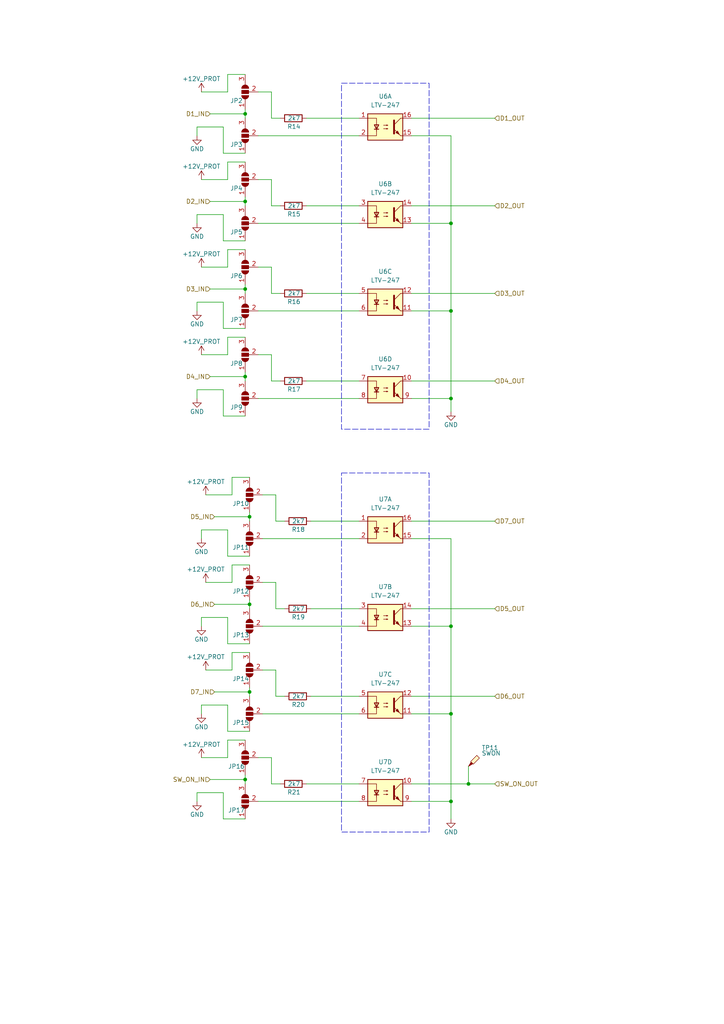
<source format=kicad_sch>
(kicad_sch (version 20230121) (generator eeschema)
  (paper "A4" portrait)
  (lib_symbols
    (symbol "Connector:TestPoint_Probe" (pin_numbers hide) (pin_names (offset 0.762) hide)
      (property "Reference" "TP" (at 1.651 5.842 0))
      (property "Value" "TestPoint_Probe" (at 1.651 4.064 0))
      (symbol "TestPoint_Probe_0_1"
        (polyline (pts (xy 1.27 0.762) (xy 0 0) (xy 0.762 1.27) (xy 1.27 0.762)) (fill (type outline)))
        (polyline (pts (xy 1.397 0.635) (xy 0.635 1.397) (xy 2.413 3.175) (xy 3.175 2.413) (xy 1.397 0.635)) (fill (type background)))
      )
      (symbol "TestPoint_Probe_1_1"
        (pin passive line (at 0 0 90) (length 0) (name "1") (number "1"))
      )
    )
    (symbol "Device:R" (pin_numbers hide) (pin_names (offset 0))
      (property "Reference" "R" (at 2.032 0 90))
      (property "Value" "R" (at 0 0 90))
      (symbol "R_0_1"
        (rectangle (start -1.016 -2.54) (end 1.016 2.54) (stroke (width 0.254)))
      )
      (symbol "R_1_1"
        (pin passive line (at 0 3.81 270) (length 1.27) (name "~") (number "1"))
        (pin passive line (at 0 -3.81 90) (length 1.27) (name "~") (number "2"))
      )
    )
    (symbol "Isolator:LTV-247"
      (property "Reference" "U" (at -5.08 5.08 0))
      (property "Value" "LTV-247" (at 0 5.08 0))
      (symbol "LTV-247_0_1"
        (rectangle (start -5.08 3.81) (end 5.08 -3.81) (stroke (width 0.254)) (fill (type background)))
        (polyline (pts (xy -3.175 -0.635) (xy -1.905 -0.635)) (stroke (width 0.254)))
        (polyline (pts (xy 2.54 0.635) (xy 4.445 2.54)))
        (polyline (pts (xy 4.445 -2.54) (xy 2.54 -0.635)) (fill (type outline)))
        (polyline (pts (xy 4.445 -2.54) (xy 5.08 -2.54)))
        (polyline (pts (xy 4.445 2.54) (xy 5.08 2.54)))
        (polyline (pts (xy -2.54 -0.635) (xy -2.54 -2.54) (xy -5.08 -2.54)))
        (polyline (pts (xy 2.54 1.905) (xy 2.54 -1.905) (xy 2.54 -1.905)) (stroke (width 0.508)))
        (polyline (pts (xy -5.08 2.54) (xy -2.54 2.54) (xy -2.54 -1.27) (xy -2.54 0.635)))
        (polyline (pts (xy -2.54 -0.635) (xy -3.175 0.635) (xy -1.905 0.635) (xy -2.54 -0.635)) (stroke (width 0.254)))
        (polyline (pts (xy -0.508 -0.508) (xy 0.762 -0.508) (xy 0.381 -0.635) (xy 0.381 -0.381) (xy 0.762 -0.508)))
        (polyline (pts (xy -0.508 0.508) (xy 0.762 0.508) (xy 0.381 0.381) (xy 0.381 0.635) (xy 0.762 0.508)))
        (polyline (pts (xy 3.048 -1.651) (xy 3.556 -1.143) (xy 4.064 -2.159) (xy 3.048 -1.651) (xy 3.048 -1.651)) (fill (type outline)))
      )
      (symbol "LTV-247_1_1"
        (pin passive line (at -7.62 2.54 0) (length 2.54) (name "~") (number "1"))
        (pin passive line (at 7.62 -2.54 180) (length 2.54) (name "~") (number "15"))
        (pin passive line (at 7.62 2.54 180) (length 2.54) (name "~") (number "16"))
        (pin passive line (at -7.62 -2.54 0) (length 2.54) (name "~") (number "2"))
      )
      (symbol "LTV-247_2_1"
        (pin passive line (at 7.62 -2.54 180) (length 2.54) (name "~") (number "13"))
        (pin passive line (at 7.62 2.54 180) (length 2.54) (name "~") (number "14"))
        (pin passive line (at -7.62 2.54 0) (length 2.54) (name "~") (number "3"))
        (pin passive line (at -7.62 -2.54 0) (length 2.54) (name "~") (number "4"))
      )
      (symbol "LTV-247_3_1"
        (pin passive line (at 7.62 -2.54 180) (length 2.54) (name "~") (number "11"))
        (pin passive line (at 7.62 2.54 180) (length 2.54) (name "~") (number "12"))
        (pin passive line (at -7.62 2.54 0) (length 2.54) (name "~") (number "5"))
        (pin passive line (at -7.62 -2.54 0) (length 2.54) (name "~") (number "6"))
      )
      (symbol "LTV-247_4_1"
        (pin passive line (at 7.62 2.54 180) (length 2.54) (name "~") (number "10"))
        (pin passive line (at -7.62 2.54 0) (length 2.54) (name "~") (number "7"))
        (pin passive line (at -7.62 -2.54 0) (length 2.54) (name "~") (number "8"))
        (pin passive line (at 7.62 -2.54 180) (length 2.54) (name "~") (number "9"))
      )
    )
    (symbol "Jumper:SolderJumper_3_Open" (pin_names (offset 0) hide)
      (property "Reference" "JP" (at -2.54 -2.54 0))
      (property "Value" "SolderJumper_3_Open" (at 0 2.794 0))
      (symbol "SolderJumper_3_Open_0_1"
        (arc (start -1.016 1.016) (mid -2.0276 0) (end -1.016 -1.016))
        (arc (start -1.016 1.016) (mid -2.0276 0) (end -1.016 -1.016) (fill (type outline)))
        (rectangle (start -0.508 1.016) (end 0.508 -1.016) (fill (type outline)))
        (polyline (pts (xy -2.54 0) (xy -2.032 0)))
        (polyline (pts (xy -1.016 1.016) (xy -1.016 -1.016)))
        (polyline (pts (xy 0 -1.27) (xy 0 -1.016)))
        (polyline (pts (xy 1.016 1.016) (xy 1.016 -1.016)))
        (polyline (pts (xy 2.54 0) (xy 2.032 0)))
        (arc (start 1.016 -1.016) (mid 2.0276 0) (end 1.016 1.016))
        (arc (start 1.016 -1.016) (mid 2.0276 0) (end 1.016 1.016) (fill (type outline)))
      )
      (symbol "SolderJumper_3_Open_1_1"
        (pin passive line (at -5.08 0 0) (length 2.54) (name "A") (number "1"))
        (pin passive line (at 0 -3.81 90) (length 2.54) (name "C") (number "2"))
        (pin passive line (at 5.08 0 180) (length 2.54) (name "B") (number "3"))
      )
    )
    (symbol "PRO_LOGO_FT:LOGO" (pin_names (offset 1.016))
      (symbol "LOGO_0_0"
        (polyline (pts (xy -24.5412 -16.4048) (xy -19.2761 -16.383) (xy -18.3279 -13.0387) (xy -18.2364 -12.7153) (xy -18.0389 -12.0151) (xy -17.8594 -11.3748) (xy -17.7026 -10.8115) (xy -17.5732 -10.3425) (xy -17.4761 -9.9848) (xy -17.4159 -9.7556) (xy -17.3974 -9.6722) (xy -17.3977 -9.672) (xy -17.4896 -9.6704) (xy -17.7337 -9.674) (xy -18.1135 -9.6822) (xy -18.6124 -9.6948) (xy -19.2141 -9.7112) (xy -19.9021 -9.7311) (xy -20.6599 -9.7539) (xy -21.471 -9.7793) (xy -22.1374 -9.8003) (xy -22.9965 -9.8267) (xy -23.8281 -9.8515) (xy -24.6085 -9.8741) (xy -25.314 -9.8937) (xy -25.9212 -9.9098) (xy -26.4063 -9.9216) (xy -26.7457 -9.9285) (xy -27.9644 -9.9483) (xy -28.8365 -12.9963) (xy -28.8488 -13.0394) (xy -29.0471 -13.7331) (xy -29.2317 -14.38) (xy -29.3972 -14.9607) (xy -29.538 -15.4559) (xy -29.6486 -15.8463) (xy -29.7236 -16.1126) (xy -29.7574 -16.2355) (xy -29.8062 -16.4266) (xy -24.5412 -16.4048)) (stroke (width 0.01)) (fill (type outline)))
        (polyline (pts (xy 23.3668 -16.215) (xy 24.257 -16.2129) (xy 24.3538 -16.2125) (xy 25.4537 -16.2071) (xy 26.4058 -16.199) (xy 27.2301 -16.1867) (xy 27.9466 -16.1689) (xy 28.575 -16.1442) (xy 29.1355 -16.1112) (xy 29.6478 -16.0685) (xy 30.132 -16.0148) (xy 30.608 -15.9486) (xy 31.0957 -15.8685) (xy 31.615 -15.7732) (xy 32.1859 -15.6613) (xy 32.2212 -15.6543) (xy 33.8842 -15.2471) (xy 35.4286 -14.7198) (xy 36.8563 -14.0713) (xy 38.1689 -13.3007) (xy 39.3684 -12.4067) (xy 40.4566 -11.3884) (xy 41.4352 -10.2447) (xy 41.4403 -10.238) (xy 42.0878 -9.37) (xy 42.6268 -8.5893) (xy 43.0696 -7.8653) (xy 43.429 -7.1675) (xy 43.7176 -6.4653) (xy 43.9478 -5.7281) (xy 44.1323 -4.9253) (xy 44.2837 -4.0263) (xy 44.4145 -3.0005) (xy 44.4218 -2.9351) (xy 44.4768 -2.301) (xy 44.5183 -1.571) (xy 44.5458 -0.7827) (xy 44.5591 0.0261) (xy 44.5578 0.8175) (xy 44.5417 1.5537) (xy 44.5103 2.1969) (xy 44.4634 2.7093) (xy 44.3842 3.2792) (xy 44.0755 4.8742) (xy 43.6522 6.3469) (xy 43.1115 7.7014) (xy 42.4507 8.9418) (xy 41.6669 10.0724) (xy 40.7575 11.0973) (xy 39.7195 12.0206) (xy 38.5504 12.8466) (xy 37.2473 13.5793) (xy 36.074 14.1141) (xy 34.7018 14.6225) (xy 33.215 15.06) (xy 31.6074 15.4277) (xy 29.8731 15.7265) (xy 28.006 15.9576) (xy 26 16.1219) (xy 23.8493 16.2204) (xy 21.5477 16.2543) (xy 21.4222 16.2543) (xy 20.7289 16.251) (xy 20.0273 16.2429) (xy 19.3372 16.2304) (xy 18.6783 16.2144) (xy 18.0703 16.1955) (xy 17.5331 16.1743) (xy 17.0862 16.1516) (xy 16.7495 16.128) (xy 16.5427 16.1041) (xy 16.4854 16.0808) (xy 16.5052 16.0659) (xy 16.6474 15.9755) (xy 16.8978 15.8243) (xy 17.2283 15.6293) (xy 17.6107 15.4072) (xy 18.1465 15.0901) (xy 18.8663 14.6278) (xy 19.4574 14.1946) (xy 19.9391 13.7759) (xy 20.331 13.357) (xy 20.7268 12.8076) (xy 21.1538 12.0118) (xy 21.5162 11.0923) (xy 21.806 10.0698) (xy 22.0153 8.9651) (xy 22.1218 8.2358) (xy 23.6974 8.1766) (xy 24.9988 8.1146) (xy 26.3442 8.0153) (xy 27.5503 7.8834) (xy 28.6318 7.7159) (xy 29.6036 7.5103) (xy 30.4805 7.2637) (xy 31.2774 6.9733) (xy 32.0089 6.6366) (xy 32.0716 6.604) (xy 32.9672 6.0474) (xy 33.7285 5.3883) (xy 34.354 4.6289) (xy 34.8427 3.7714) (xy 35.1934 2.8179) (xy 35.4046 1.7705) (xy 35.4753 0.6314) (xy 35.4693 0.2853) (xy 35.3969 -0.5384) (xy 35.2332 -1.3307) (xy 34.9664 -2.1395) (xy 34.5848 -3.0129) (xy 34.5383 -3.1081) (xy 33.926 -4.1567) (xy 33.1797 -5.1051) (xy 32.3067 -5.9463) (xy 31.3144 -6.673) (xy 30.21 -7.2782) (xy 29.4561 -7.6022) (xy 28.6258 -7.896) (xy 27.7405 -8.145) (xy 26.7879 -8.3506) (xy 25.7555 -8.5142) (xy 24.6311 -8.637) (xy 23.4023 -8.7205) (xy 22.0567 -8.7659) (xy 20.582 -8.7746) (xy 18.9658 -8.7479) (xy 17.1958 -8.6871) (xy 17.1753 -8.6863) (xy 16.4166 -8.6554) (xy 15.6834 -8.627) (xy 14.9994 -8.602) (xy 14.3889 -8.581) (xy 13.8755 -8.5651) (xy 13.4835 -8.5549) (xy 13.2366 -8.5513) (xy 12.5285 -8.5513) (xy 13.6219 -10.1812) (xy 13.9348 -10.6457) (xy 14.3489 -11.2568) (xy 14.8093 -11.9334) (xy 15.2897 -12.6369) (xy 15.7638 -13.3287) (xy 16.2052 -13.97) (xy 17.6952 -16.129) (xy 18.7747 -16.179) (xy 18.8087 -16.1804) (xy 19.1316 -16.1898) (xy 19.5994 -16.1979) (xy 20.1908 -16.2047) (xy 20.8845 -16.2099) (xy 21.6593 -16.2134) (xy 22.4938 -16.2152) (xy 23.3668 -16.215)) (stroke (width 0.01)) (fill (type outline)))
        (polyline (pts (xy 15.5335 -16.3195) (xy 15.4234 -16.0397) (xy 15.205 -15.6142) (xy 14.8949 -15.0844) (xy 14.5021 -14.4637) (xy 14.0353 -13.7659) (xy 13.5036 -13.0045) (xy 12.9158 -12.1931) (xy 12.2808 -11.3453) (xy 11.8895 -10.831) (xy 11.239 -9.975) (xy 10.68 -9.238) (xy 10.2049 -8.6097) (xy 9.8065 -8.0803) (xy 9.477 -7.6396) (xy 9.209 -7.2777) (xy 8.9951 -6.9843) (xy 8.8277 -6.7496) (xy 8.6993 -6.5634) (xy 8.6025 -6.4158) (xy 8.2951 -5.9312) (xy 8.6137 -5.7692) (xy 8.6904 -5.7334) (xy 8.9471 -5.6271) (xy 9.3091 -5.4871) (xy 9.7398 -5.3276) (xy 10.2023 -5.1624) (xy 11.0229 -4.8669) (xy 12.0374 -4.4703) (xy 12.9273 -4.078) (xy 13.7172 -3.6759) (xy 14.4317 -3.2504) (xy 15.0954 -2.7874) (xy 15.7331 -2.2732) (xy 16.3693 -1.6939) (xy 16.6079 -1.4603) (xy 17.5806 -0.3766) (xy 18.4171 0.7928) (xy 19.1366 2.0743) (xy 19.2816 2.3745) (xy 19.7913 3.6048) (xy 20.1436 4.7985) (xy 20.3409 5.9693) (xy 20.3859 7.131) (xy 20.2809 8.2973) (xy 20.2432 8.5251) (xy 19.9569 9.6679) (xy 19.5231 10.7312) (xy 18.9453 11.7117) (xy 18.2269 12.606) (xy 17.3713 13.4108) (xy 16.382 14.1229) (xy 15.2623 14.739) (xy 14.0157 15.2557) (xy 12.6455 15.6698) (xy 12.5247 15.7002) (xy 12.1791 15.786) (xy 11.8589 15.8613) (xy 11.5511 15.9268) (xy 11.2428 15.9831) (xy 10.9209 16.0311) (xy 10.5724 16.0713) (xy 10.1845 16.1046) (xy 9.744 16.1315) (xy 9.2381 16.1529) (xy 8.6537 16.1693) (xy 7.9779 16.1816) (xy 7.1977 16.1904) (xy 6.3 16.1964) (xy 5.272 16.2003) (xy 4.1006 16.2029) (xy 2.7728 16.2048) (xy 2.1565 16.2055) (xy 1.1107 16.2065) (xy 0.122 16.2071) (xy -0.797 16.2074) (xy -1.6339 16.2073) (xy -2.3763 16.2069) (xy -3.0116 16.2062) (xy -3.5274 16.2051) (xy -3.9113 16.2037) (xy -4.1507 16.202) (xy -4.2333 16.2) (xy -4.1726 16.1512) (xy -3.996 16.0177) (xy -3.7248 15.8155) (xy -3.3806 15.5606) (xy -2.9845 15.2689) (xy -2.6708 15.0365) (xy -2.219 14.6954) (xy -1.7949 14.3686) (xy -1.4351 14.0843) (xy -1.1761 13.8707) (xy -0.6149 13.3321) (xy -0.0478 12.6265) (xy 0.4203 11.8321) (xy 0.7976 10.9322) (xy 1.0922 9.91) (xy 1.3123 8.7488) (xy 1.3461 8.5323) (xy 1.4009 8.2157) (xy 1.4469 7.9897) (xy 1.4769 7.8929) (xy 1.553 7.8704) (xy 1.7992 7.8361) (xy 2.214 7.7942) (xy 2.7976 7.7447) (xy 3.55 7.6876) (xy 4.4715 7.6229) (xy 5.2415 7.5588) (xy 6.072 7.4527) (xy 6.77 7.3133) (xy 7.3551 7.1355) (xy 7.8467 6.9144) (xy 8.2646 6.6448) (xy 8.3844 6.5454) (xy 8.7285 6.1239) (xy 8.9365 5.6026) (xy 9.008 4.9826) (xy 8.9429 4.2652) (xy 8.8956 4.0242) (xy 8.6733 3.2991) (xy 8.3407 2.6768) (xy 7.8824 2.1262) (xy 7.8539 2.0981) (xy 7.2917 1.6345) (xy 6.6215 1.2429) (xy 5.8349 0.9207) (xy 4.9232 0.6656) (xy 3.8779 0.4751) (xy 2.6904 0.3468) (xy 1.3522 0.2783) (xy -0.386 0.2299) (xy -0.6962 -0.2946) (xy -0.87 -0.5788) (xy -1.4902 -1.4696) (xy -2.2351 -2.3713) (xy -3.1222 -3.3059) (xy -3.7713 -3.9259) (xy -4.828 -4.8286) (xy -5.9458 -5.6512) (xy -7.1608 -6.4193) (xy -8.509 -7.1588) (xy -9.525 -7.6812) (xy -7.6275 -7.7353) (xy -7.568 -7.7369) (xy -6.9154 -7.7535) (xy -6.2347 -7.7679) (xy -5.5751 -7.7792) (xy -4.986 -7.7867) (xy -4.5169 -7.7893) (xy -3.3037 -7.7893) (xy -2.9244 -8.5447) (xy -2.8681 -8.6555) (xy -2.6328 -9.1032) (xy -2.3789 -9.5671) (xy -2.1523 -9.9628) (xy -2.0262 -10.1806) (xy -1.7882 -10.6072) (xy -1.5357 -11.0745) (xy -1.3058 -11.5147) (xy -1.1752 -11.7608) (xy -0.9456 -12.1732) (xy -0.659 -12.6736) (xy -0.3332 -13.2311) (xy 0.0138 -13.8147) (xy 0.364 -14.3933) (xy 1.58 -16.383) (xy 5.4255 -16.4266) (xy 5.4975 -16.4274) (xy 6.457 -16.4378) (xy 7.4959 -16.4484) (xy 8.5727 -16.4587) (xy 9.6461 -16.4684) (xy 10.6745 -16.4771) (xy 11.6164 -16.4845) (xy 12.4305 -16.4901) (xy 15.5901 -16.51) (xy 15.5335 -16.3195)) (stroke (width 0.01)) (fill (type outline)))
        (polyline (pts (xy -43.763 -16.5103) (xy -43.3076 -16.4994) (xy -42.7033 -16.4816) (xy -42.2661 -16.4705) (xy -41.6239 -16.4583) (xy -40.8753 -16.4475) (xy -40.0543 -16.4385) (xy -39.1949 -16.4316) (xy -38.3311 -16.4271) (xy -37.4969 -16.4255) (xy -34.1421 -16.4253) (xy -32.5838 -12.2708) (xy -31.0255 -8.1162) (xy -25.0589 -8.0956) (xy -23.6702 -8.0894) (xy -22.4052 -8.0805) (xy -21.3062 -8.069) (xy -20.3717 -8.055) (xy -19.6001 -8.0384) (xy -18.9896 -8.0192) (xy -18.5387 -7.9973) (xy -18.2457 -7.9727) (xy -16.1591 -7.6702) (xy -14.1806 -7.2764) (xy -12.3393 -6.7934) (xy -10.6306 -6.2193) (xy -9.0498 -5.552) (xy -7.5926 -4.7897) (xy -6.2542 -3.9305) (xy -5.0301 -2.9723) (xy -3.9157 -1.9134) (xy -3.2138 -1.1236) (xy -2.4428 -0.0842) (xy -1.7825 1.0314) (xy -1.2172 2.2499) (xy -0.7314 3.5983) (xy -0.6137 3.983) (xy -0.429 4.6922) (xy -0.3102 5.355) (xy -0.2464 6.0401) (xy -0.2269 6.8157) (xy -0.268 7.7712) (xy -0.439 8.866) (xy -0.7491 9.878) (xy -1.2046 10.8231) (xy -1.8122 11.7173) (xy -2.5784 12.5765) (xy -3.4681 13.3637) (xy -4.529 14.0951) (xy -5.7203 14.7277) (xy -7.0457 15.2635) (xy -8.509 15.7045) (xy -8.7663 15.7707) (xy -9.1179 15.8601) (xy -9.4414 15.9388) (xy -9.7489 16.0075) (xy -10.053 16.0667) (xy -10.3659 16.1173) (xy -10.7 16.1598) (xy -11.0676 16.1949) (xy -11.4811 16.2233) (xy -11.9528 16.2456) (xy -12.4951 16.2625) (xy -13.1203 16.2746) (xy -13.8407 16.2827) (xy -14.6688 16.2874) (xy -15.6168 16.2894) (xy -16.6971 16.2892) (xy -17.9221 16.2877) (xy -19.304 16.2854) (xy -19.3944 16.2853) (xy -20.5266 16.2825) (xy -21.6126 16.2783) (xy -22.64 16.2729) (xy -23.5966 16.2664) (xy -24.4701 16.2589) (xy -25.248 16.2506) (xy -25.9183 16.2416) (xy -26.4684 16.2319) (xy -26.8861 16.2218) (xy -27.1591 16.2114) (xy -27.2751 16.2007) (xy -27.3538 16.143) (xy -27.5465 15.9829) (xy -27.8405 15.7313) (xy -28.2237 15.3989) (xy -28.6841 14.9965) (xy -29.2096 14.5346) (xy -29.7884 14.0241) (xy -30.4083 13.4757) (xy -31.0574 12.9) (xy -31.7236 12.3077) (xy -32.3949 11.7096) (xy -33.0593 11.1164) (xy -33.7047 10.5387) (xy -34.3192 9.9874) (xy -34.8908 9.473) (xy -35.4074 9.0063) (xy -35.857 8.598) (xy -36.2277 8.2588) (xy -36.5073 7.9994) (xy -36.6838 7.8305) (xy -36.7453 7.7628) (xy -36.7081 7.7614) (xy -36.5178 7.7592) (xy -36.1756 7.7569) (xy -35.6917 7.7544) (xy -35.0767 7.752) (xy -34.3408 7.7495) (xy -33.4946 7.747) (xy -32.5483 7.7445) (xy -31.5125 7.7421) (xy -30.3974 7.7398) (xy -29.2135 7.7377) (xy -27.9711 7.7357) (xy -26.6808 7.7339) (xy -25.3006 7.7317) (xy -23.6991 7.7279) (xy -22.2578 7.723) (xy -20.9716 7.717) (xy -19.8354 7.7097) (xy -18.8441 7.7011) (xy -17.9925 7.6911) (xy -17.2757 7.6798) (xy -16.6884 7.667) (xy -16.2256 7.6527) (xy -15.8821 7.6369) (xy -15.653 7.6194) (xy -15.5553 7.6088) (xy -14.5133 7.4519) (xy -13.6015 7.2299) (xy -12.8262 6.9453) (xy -12.1934 6.6009) (xy -11.7095 6.1996) (xy -11.3807 5.7439) (xy -11.2489 5.3862) (xy -11.1874 4.8477) (xy -11.2433 4.2545) (xy -11.4083 3.6358) (xy -11.6741 3.0205) (xy -12.0323 2.4378) (xy -12.4748 1.9167) (xy -12.4818 1.9097) (xy -13.0172 1.4495) (xy -13.627 1.0677) (xy -14.3338 0.7542) (xy -15.1602 0.4988) (xy -16.129 0.2916) (xy -16.234 0.2736) (xy -16.402 0.2484) (xy -16.5862 0.2258) (xy -16.7951 0.2059) (xy -17.0372 0.1886) (xy -17.3211 0.1738) (xy -17.6552 0.1615) (xy -18.048 0.1517) (xy -18.508 0.1442) (xy -19.0438 0.139) (xy -19.6639 0.1362) (xy -20.3767 0.1355) (xy -21.1908 0.1371) (xy -22.1146 0.1407) (xy -23.1568 0.1465) (xy -24.3257 0.1542) (xy -25.6299 0.1639) (xy -27.078 0.1756) (xy -28.6783 0.1891) (xy -30.4395 0.2044) (xy -39.2466 0.2817) (xy -39.6349 -0.9386) (xy -39.6658 -1.0355) (xy -39.793 -1.4335) (xy -39.9616 -1.9594) (xy -40.1634 -2.5883) (xy -40.3904 -3.2948) (xy -40.6346 -4.0541) (xy -40.8879 -4.841) (xy -41.1422 -5.6303) (xy -41.3773 -6.3627) (xy -41.6998 -7.3739) (xy -42.0448 -8.4625) (xy -42.3977 -9.5819) (xy -42.7439 -10.6854) (xy -43.0685 -11.7262) (xy -43.3569 -12.6577) (xy -43.5112 -13.1584) (xy -43.733 -13.878) (xy -43.937 -14.5398) (xy -44.118 -15.1265) (xy -44.2705 -15.6208) (xy -44.3892 -16.0053) (xy -44.4687 -16.2627) (xy -44.5037 -16.3756) (xy -44.5142 -16.4221) (xy -44.4999 -16.4628) (xy -44.4379 -16.4908) (xy -44.3079 -16.5072) (xy -44.0897 -16.5134) (xy -43.763 -16.5103)) (stroke (width 0.01)) (fill (type outline)))
      )
    )
    (symbol "hellen-one-common:+12V_PROT" (power) (pin_names (offset 0))
      (property "Value" "+12V_PROT" (at 0 3.556 0))
      (symbol "+12V_PROT_0_1"
        (polyline (pts (xy -0.762 1.27) (xy 0 2.54)))
        (polyline (pts (xy 0 0) (xy 0 2.54)))
        (polyline (pts (xy 0 2.54) (xy 0.762 1.27)))
      )
      (symbol "+12V_PROT_1_1"
        (pin power_in line (at 0 0 90) (length 0) hide (name "+12V_PROT") (number "1"))
      )
    )
    (symbol "power:GND" (power) (pin_names (offset 0))
      (property "Value" "GND" (at 0 -3.81 0))
      (symbol "GND_0_1"
        (polyline (pts (xy 0 0) (xy 0 -1.27) (xy 1.27 -1.27) (xy 0 -2.54) (xy -1.27 -1.27) (xy 0 -1.27)))
      )
      (symbol "GND_1_1"
        (pin power_in line (at 0 0 270) (length 0) hide (name "GND") (number "1"))
      )
    )
  )
  (junction (at 130.81 181.61))
  (junction (at 135.89 227.33))
  (junction (at 71.12 33.02))
  (junction (at 130.81 115.57))
  (junction (at 71.12 109.22))
  (junction (at 130.81 64.77))
  (junction (at 72.39 200.66))
  (junction (at 71.12 226.06))
  (junction (at 130.81 90.17))
  (junction (at 130.81 232.41))
  (junction (at 72.39 149.86))
  (junction (at 71.12 58.42))
  (junction (at 72.39 175.26))
  (junction (at 130.81 207.01))
  (junction (at 71.12 83.82))
  (wire (pts (xy 66.04 214.63) (xy 71.12 214.63)))
  (wire (pts (xy 119.38 64.77) (xy 130.81 64.77)))
  (wire (pts (xy 66.04 52.07) (xy 66.04 46.99)))
  (wire (pts (xy 74.93 102.87) (xy 78.74 102.87)))
  (wire (pts (xy 119.38 39.37) (xy 130.81 39.37)))
  (wire (pts (xy 130.81 181.61) (xy 130.81 207.01)))
  (wire (pts (xy 78.74 227.33) (xy 81.28 227.33)))
  (wire (pts (xy 66.04 186.69) (xy 66.04 179.07)))
  (wire (pts (xy 58.42 77.47) (xy 66.04 77.47)))
  (wire (pts (xy 64.77 69.85) (xy 64.77 62.23)))
  (wire (pts (xy 80.01 168.91) (xy 80.01 176.53)))
  (wire (pts (xy 71.12 83.82) (xy 71.12 82.55)))
  (wire (pts (xy 71.12 95.25) (xy 64.77 95.25)))
  (wire (pts (xy 64.77 120.65) (xy 64.77 113.03)))
  (wire (pts (xy 78.74 85.09) (xy 81.28 85.09)))
  (wire (pts (xy 119.38 85.09) (xy 143.51 85.09)))
  (wire (pts (xy 71.12 109.22) (xy 71.12 110.49)))
  (wire (pts (xy 80.01 151.13) (xy 82.55 151.13)))
  (wire (pts (xy 67.31 194.31) (xy 67.31 189.23)))
  (wire (pts (xy 66.04 97.79) (xy 71.12 97.79)))
  (wire (pts (xy 71.12 109.22) (xy 71.12 107.95)))
  (wire (pts (xy 66.04 26.67) (xy 66.04 21.59)))
  (wire (pts (xy 60.96 109.22) (xy 71.12 109.22)))
  (wire (pts (xy 59.69 168.91) (xy 67.31 168.91)))
  (wire (pts (xy 74.93 219.71) (xy 78.74 219.71)))
  (wire (pts (xy 135.89 227.33) (xy 143.51 227.33)))
  (wire (pts (xy 64.77 87.63) (xy 57.15 87.63)))
  (wire (pts (xy 130.81 232.41) (xy 130.81 237.49)))
  (wire (pts (xy 76.2 168.91) (xy 80.01 168.91)))
  (wire (pts (xy 78.74 219.71) (xy 78.74 227.33)))
  (wire (pts (xy 90.17 176.53) (xy 104.14 176.53)))
  (wire (pts (xy 135.89 222.25) (xy 135.89 227.33)))
  (wire (pts (xy 57.15 113.03) (xy 57.15 115.57)))
  (wire (pts (xy 88.9 227.33) (xy 104.14 227.33)))
  (wire (pts (xy 71.12 226.06) (xy 71.12 224.79)))
  (wire (pts (xy 58.42 102.87) (xy 66.04 102.87)))
  (wire (pts (xy 80.01 194.31) (xy 80.01 201.93)))
  (wire (pts (xy 119.38 227.33) (xy 135.89 227.33)))
  (wire (pts (xy 64.77 62.23) (xy 57.15 62.23)))
  (wire (pts (xy 64.77 113.03) (xy 57.15 113.03)))
  (wire (pts (xy 74.93 77.47) (xy 78.74 77.47)))
  (wire (pts (xy 130.81 115.57) (xy 130.81 119.38)))
  (wire (pts (xy 66.04 102.87) (xy 66.04 97.79)))
  (wire (pts (xy 78.74 77.47) (xy 78.74 85.09)))
  (wire (pts (xy 80.01 201.93) (xy 82.55 201.93)))
  (wire (pts (xy 72.39 175.26) (xy 72.39 173.99)))
  (wire (pts (xy 71.12 58.42) (xy 71.12 59.69)))
  (wire (pts (xy 119.38 34.29) (xy 143.51 34.29)))
  (wire (pts (xy 78.74 102.87) (xy 78.74 110.49)))
  (wire (pts (xy 58.42 179.07) (xy 58.42 181.61)))
  (wire (pts (xy 74.93 115.57) (xy 104.14 115.57)))
  (wire (pts (xy 66.04 179.07) (xy 58.42 179.07)))
  (wire (pts (xy 80.01 176.53) (xy 82.55 176.53)))
  (wire (pts (xy 119.38 115.57) (xy 130.81 115.57)))
  (wire (pts (xy 71.12 58.42) (xy 71.12 57.15)))
  (wire (pts (xy 64.77 44.45) (xy 64.77 36.83)))
  (wire (pts (xy 76.2 207.01) (xy 104.14 207.01)))
  (wire (pts (xy 71.12 226.06) (xy 71.12 227.33)))
  (wire (pts (xy 72.39 200.66) (xy 72.39 201.93)))
  (wire (pts (xy 60.96 58.42) (xy 71.12 58.42)))
  (wire (pts (xy 60.96 83.82) (xy 71.12 83.82)))
  (wire (pts (xy 130.81 207.01) (xy 130.81 232.41)))
  (wire (pts (xy 130.81 156.21) (xy 130.81 181.61)))
  (wire (pts (xy 119.38 110.49) (xy 143.51 110.49)))
  (wire (pts (xy 72.39 200.66) (xy 72.39 199.39)))
  (wire (pts (xy 76.2 156.21) (xy 104.14 156.21)))
  (wire (pts (xy 72.39 149.86) (xy 72.39 151.13)))
  (wire (pts (xy 119.38 181.61) (xy 130.81 181.61)))
  (wire (pts (xy 67.31 168.91) (xy 67.31 163.83)))
  (wire (pts (xy 72.39 161.29) (xy 66.04 161.29)))
  (wire (pts (xy 88.9 59.69) (xy 104.14 59.69)))
  (wire (pts (xy 72.39 212.09) (xy 66.04 212.09)))
  (wire (pts (xy 66.04 212.09) (xy 66.04 204.47)))
  (wire (pts (xy 78.74 34.29) (xy 81.28 34.29)))
  (wire (pts (xy 74.93 232.41) (xy 104.14 232.41)))
  (wire (pts (xy 64.77 95.25) (xy 64.77 87.63)))
  (wire (pts (xy 66.04 161.29) (xy 66.04 153.67)))
  (wire (pts (xy 72.39 186.69) (xy 66.04 186.69)))
  (wire (pts (xy 71.12 33.02) (xy 71.12 34.29)))
  (wire (pts (xy 74.93 26.67) (xy 78.74 26.67)))
  (wire (pts (xy 64.77 237.49) (xy 64.77 229.87)))
  (wire (pts (xy 88.9 110.49) (xy 104.14 110.49)))
  (wire (pts (xy 74.93 39.37) (xy 104.14 39.37)))
  (wire (pts (xy 60.96 226.06) (xy 71.12 226.06)))
  (wire (pts (xy 130.81 39.37) (xy 130.81 64.77)))
  (wire (pts (xy 119.38 151.13) (xy 143.51 151.13)))
  (wire (pts (xy 74.93 90.17) (xy 104.14 90.17)))
  (wire (pts (xy 76.2 181.61) (xy 104.14 181.61)))
  (wire (pts (xy 57.15 87.63) (xy 57.15 90.17)))
  (wire (pts (xy 119.38 207.01) (xy 130.81 207.01)))
  (wire (pts (xy 74.93 64.77) (xy 104.14 64.77)))
  (wire (pts (xy 72.39 149.86) (xy 72.39 148.59)))
  (wire (pts (xy 58.42 219.71) (xy 66.04 219.71)))
  (wire (pts (xy 57.15 62.23) (xy 57.15 64.77)))
  (wire (pts (xy 66.04 204.47) (xy 58.42 204.47)))
  (wire (pts (xy 88.9 34.29) (xy 104.14 34.29)))
  (wire (pts (xy 78.74 110.49) (xy 81.28 110.49)))
  (wire (pts (xy 80.01 143.51) (xy 80.01 151.13)))
  (wire (pts (xy 67.31 163.83) (xy 72.39 163.83)))
  (wire (pts (xy 64.77 36.83) (xy 57.15 36.83)))
  (wire (pts (xy 58.42 204.47) (xy 58.42 207.01)))
  (wire (pts (xy 76.2 143.51) (xy 80.01 143.51)))
  (wire (pts (xy 64.77 229.87) (xy 57.15 229.87)))
  (wire (pts (xy 67.31 143.51) (xy 67.31 138.43)))
  (wire (pts (xy 66.04 46.99) (xy 71.12 46.99)))
  (wire (pts (xy 59.69 194.31) (xy 67.31 194.31)))
  (wire (pts (xy 58.42 153.67) (xy 58.42 156.21)))
  (wire (pts (xy 78.74 59.69) (xy 81.28 59.69)))
  (wire (pts (xy 119.38 156.21) (xy 130.81 156.21)))
  (wire (pts (xy 71.12 83.82) (xy 71.12 85.09)))
  (wire (pts (xy 62.23 175.26) (xy 72.39 175.26)))
  (wire (pts (xy 71.12 237.49) (xy 64.77 237.49)))
  (wire (pts (xy 62.23 200.66) (xy 72.39 200.66)))
  (wire (pts (xy 119.38 232.41) (xy 130.81 232.41)))
  (wire (pts (xy 58.42 52.07) (xy 66.04 52.07)))
  (wire (pts (xy 66.04 77.47) (xy 66.04 72.39)))
  (wire (pts (xy 130.81 64.77) (xy 130.81 90.17)))
  (wire (pts (xy 71.12 33.02) (xy 71.12 31.75)))
  (wire (pts (xy 71.12 69.85) (xy 64.77 69.85)))
  (wire (pts (xy 71.12 120.65) (xy 64.77 120.65)))
  (wire (pts (xy 88.9 85.09) (xy 104.14 85.09)))
  (wire (pts (xy 78.74 26.67) (xy 78.74 34.29)))
  (wire (pts (xy 67.31 138.43) (xy 72.39 138.43)))
  (wire (pts (xy 76.2 194.31) (xy 80.01 194.31)))
  (wire (pts (xy 62.23 149.86) (xy 72.39 149.86)))
  (wire (pts (xy 66.04 72.39) (xy 71.12 72.39)))
  (wire (pts (xy 119.38 59.69) (xy 143.51 59.69)))
  (wire (pts (xy 78.74 52.07) (xy 78.74 59.69)))
  (wire (pts (xy 67.31 189.23) (xy 72.39 189.23)))
  (wire (pts (xy 60.96 33.02) (xy 71.12 33.02)))
  (wire (pts (xy 57.15 229.87) (xy 57.15 232.41)))
  (wire (pts (xy 90.17 201.93) (xy 104.14 201.93)))
  (wire (pts (xy 57.15 36.83) (xy 57.15 39.37)))
  (wire (pts (xy 130.81 90.17) (xy 130.81 115.57)))
  (wire (pts (xy 71.12 44.45) (xy 64.77 44.45)))
  (wire (pts (xy 58.42 26.67) (xy 66.04 26.67)))
  (wire (pts (xy 119.38 176.53) (xy 143.51 176.53)))
  (wire (pts (xy 119.38 90.17) (xy 130.81 90.17)))
  (wire (pts (xy 72.39 175.26) (xy 72.39 176.53)))
  (wire (pts (xy 119.38 201.93) (xy 143.51 201.93)))
  (wire (pts (xy 66.04 21.59) (xy 71.12 21.59)))
  (wire (pts (xy 66.04 153.67) (xy 58.42 153.67)))
  (wire (pts (xy 74.93 52.07) (xy 78.74 52.07)))
  (wire (pts (xy 90.17 151.13) (xy 104.14 151.13)))
  (wire (pts (xy 59.69 143.51) (xy 67.31 143.51)))
  (wire (pts (xy 66.04 219.71) (xy 66.04 214.63)))
  (rectangle (start 99.06 137.16) (end 124.46 241.3) (stroke (width 0) (type dash)))
  (rectangle (start 99.06 24.13) (end 124.46 124.46) (stroke (width 0) (type dash)))
  (hierarchical_label "D4_OUT" (shape input) (at 143.51 110.49 0))
  (hierarchical_label "D1_IN" (shape input) (at 60.96 33.02 180))
  (hierarchical_label "D2_OUT" (shape input) (at 143.51 59.69 0))
  (hierarchical_label "D2_IN" (shape input) (at 60.96 58.42 180))
  (hierarchical_label "SW_ON_OUT" (shape input) (at 143.51 227.33 0))
  (hierarchical_label "D1_OUT" (shape input) (at 143.51 34.29 0))
  (hierarchical_label "D4_IN" (shape input) (at 60.96 109.22 180))
  (hierarchical_label "D7_OUT" (shape input) (at 143.51 151.13 0))
  (hierarchical_label "D3_IN" (shape input) (at 60.96 83.82 180))
  (hierarchical_label "D5_OUT" (shape input) (at 143.51 176.53 0))
  (hierarchical_label "D3_OUT" (shape input) (at 143.51 85.09 0))
  (hierarchical_label "SW_ON_IN" (shape input) (at 60.96 226.06 180))
  (hierarchical_label "D5_IN" (shape input) (at 62.23 149.86 180))
  (hierarchical_label "D7_IN" (shape input) (at 62.23 200.66 180))
  (hierarchical_label "D6_OUT" (shape input) (at 143.51 201.93 0))
  (hierarchical_label "D6_IN" (shape input) (at 62.23 175.26 180))
  (symbol (lib_id "Jumper:SolderJumper_3_Open") (at 72.39 168.91 90) (unit 1) (in_bom no)
    (property "Reference" "JP12" (at 69.85 171.45 90))
    (property "Value" "SolderJumper_3_Open" (effects hide))
    (property "Footprint" "Jumper:SolderJumper-3_P1.3mm_Open_Pad1.0x1.5mm" (effects hide))
  )
  (symbol (lib_id "hellen-one-common:+12V_PROT") (at 59.69 194.31 0) (unit 1)
    (property "Reference" "#PWR062" (effects hide))
    (property "Value" "+12V_PROT" (at 59.69 190.5 0))
  )
  (symbol (lib_id "power:GND") (at 57.15 64.77 0) (unit 1)
    (property "Reference" "#PWR051" (effects hide))
    (property "Value" "GND" (at 57.15 68.58 0))
  )
  (symbol (lib_id "power:GND") (at 58.42 181.61 0) (unit 1)
    (property "Reference" "#PWR059" (effects hide))
    (property "Value" "GND" (at 58.42 185.42 0))
  )
  (symbol (lib_id "power:GND") (at 57.15 39.37 0) (unit 1)
    (property "Reference" "#PWR050" (effects hide))
    (property "Value" "GND" (at 57.15 43.18 0))
  )
  (symbol (lib_id "Jumper:SolderJumper_3_Open") (at 71.12 232.41 90) (unit 1) (in_bom no)
    (property "Reference" "JP17" (at 68.58 234.95 90))
    (property "Value" "SolderJumper_3_Open" (effects hide))
    (property "Footprint" "Jumper:SolderJumper-3_P1.3mm_Open_Pad1.0x1.5mm" (effects hide))
  )
  (symbol (lib_id "Jumper:SolderJumper_3_Open") (at 71.12 52.07 90) (unit 1) (in_bom no)
    (property "Reference" "JP4" (at 68.58 54.61 90))
    (property "Value" "SolderJumper_3_Open" (effects hide))
    (property "Footprint" "Jumper:SolderJumper-3_P1.3mm_Open_Pad1.0x1.5mm" (effects hide))
  )
  (symbol (lib_id "Jumper:SolderJumper_3_Open") (at 71.12 64.77 90) (unit 1) (in_bom no)
    (property "Reference" "JP5" (at 68.58 67.31 90))
    (property "Value" "SolderJumper_3_Open" (effects hide))
    (property "Footprint" "Jumper:SolderJumper-3_P1.3mm_Open_Pad1.0x1.5mm" (effects hide))
  )
  (symbol (lib_id "Jumper:SolderJumper_3_Open") (at 71.12 115.57 90) (unit 1) (in_bom no)
    (property "Reference" "JP9" (at 68.58 118.11 90))
    (property "Value" "SolderJumper_3_Open" (effects hide))
    (property "Footprint" "Jumper:SolderJumper-3_P1.3mm_Open_Pad1.0x1.5mm" (effects hide))
  )
  (symbol (lib_id "Jumper:SolderJumper_3_Open") (at 72.39 156.21 90) (unit 1) (in_bom no)
    (property "Reference" "JP11" (at 69.85 158.75 90))
    (property "Value" "SolderJumper_3_Open" (effects hide))
    (property "Footprint" "Jumper:SolderJumper-3_P1.3mm_Open_Pad1.0x1.5mm" (effects hide))
  )
  (symbol (lib_id "PRO_LOGO_FT:LOGO") (at 354.33 233.68 0) (unit 1)
    (property "Reference" "#G1" (effects hide))
    (property "Value" "LOGO" (effects hide))
    (property "Footprint" "PRO_LOGO:PRO_LOGO" (effects hide))
    (instances (project "PRODashController" (path "" (reference "#G1") (unit 1)) (path "" (reference "G2") (unit 1))))
  )
  (symbol (lib_id "Jumper:SolderJumper_3_Open") (at 71.12 26.67 90) (unit 1) (in_bom no)
    (property "Reference" "JP2" (at 68.58 29.21 90))
    (property "Value" "SolderJumper_3_Open" (effects hide))
    (property "Footprint" "Jumper:SolderJumper-3_P1.3mm_Open_Pad1.0x1.5mm" (effects hide))
  )
  (symbol (lib_id "power:GND") (at 57.15 90.17 0) (unit 1)
    (property "Reference" "#PWR053" (effects hide))
    (property "Value" "GND" (at 57.15 93.98 0))
  )
  (symbol (lib_id "power:GND") (at 58.42 156.21 0) (unit 1)
    (property "Reference" "#PWR057" (effects hide))
    (property "Value" "GND" (at 58.42 160.02 0))
  )
  (symbol (lib_id "Jumper:SolderJumper_3_Open") (at 71.12 90.17 90) (unit 1) (in_bom no)
    (property "Reference" "JP7" (at 68.58 92.71 90))
    (property "Value" "SolderJumper_3_Open" (effects hide))
    (property "Footprint" "Jumper:SolderJumper-3_P1.3mm_Open_Pad1.0x1.5mm" (effects hide))
  )
  (symbol (lib_id "hellen-one-common:+12V_PROT") (at 58.42 77.47 0) (unit 1)
    (property "Reference" "#PWR054" (effects hide))
    (property "Value" "+12V_PROT" (at 58.42 73.66 0))
  )
  (symbol (lib_id "hellen-one-common:+12V_PROT") (at 59.69 143.51 0) (unit 1)
    (property "Reference" "#PWR058" (effects hide))
    (property "Value" "+12V_PROT" (at 59.69 139.7 0))
  )
  (symbol (lib_id "Device:R") (at 86.36 151.13 270) (unit 1)
    (property "Reference" "R18" (at 84.582 153.543 90) (effects (justify left)))
    (property "Value" "2k7" (at 84.709 151.13 90) (effects (justify left)))
    (property "Footprint" "Hellen:R0805" (effects hide))
    (property "LCSC" "C17530" (effects hide))
  )
  (symbol (lib_id "Jumper:SolderJumper_3_Open") (at 72.39 143.51 90) (unit 1) (in_bom no)
    (property "Reference" "JP10" (at 69.85 146.05 90))
    (property "Value" "SolderJumper_3_Open" (effects hide))
    (property "Footprint" "Jumper:SolderJumper-3_P1.3mm_Open_Pad1.0x1.5mm" (effects hide))
  )
  (symbol (lib_id "power:GND") (at 130.81 237.49 0) (unit 1)
    (property "Reference" "#PWR066" (effects hide))
    (property "Value" "GND" (at 130.81 241.3 0))
  )
  (symbol (lib_id "Isolator:LTV-247") (at 111.76 36.83 0) (unit 1)
    (property "Reference" "U6" (at 111.76 27.94 0))
    (property "Value" "LTV-247" (at 111.76 30.48 0))
    (property "Footprint" "Package_SO:SOP-16_4.4x10.4mm_P1.27mm" (effects hide))
    (property "Datasheet" "http://optoelectronics.liteon.com/upload/download/DS70-2009-0014/LTV-2X7%20sereis%20Mar17.PDF" (effects hide))
    (property "LCSC" "C115451" (effects hide))
  )
  (symbol (lib_id "Isolator:LTV-247") (at 111.76 87.63 0) (unit 3)
    (property "Reference" "U6" (at 111.76 78.74 0))
    (property "Value" "LTV-247" (at 111.76 81.28 0))
    (property "Footprint" "Package_SO:SOP-16_4.4x10.4mm_P1.27mm" (effects hide))
    (property "Datasheet" "http://optoelectronics.liteon.com/upload/download/DS70-2009-0014/LTV-2X7%20sereis%20Mar17.PDF" (effects hide))
    (property "LCSC" "C115451" (effects hide))
  )
  (symbol (lib_id "Device:R") (at 85.09 85.09 270) (unit 1)
    (property "Reference" "R16" (at 83.312 87.503 90) (effects (justify left)))
    (property "Value" "2k7" (at 83.439 85.09 90) (effects (justify left)))
    (property "Footprint" "Hellen:R0805" (effects hide))
    (property "LCSC" "C17530" (effects hide))
  )
  (symbol (lib_id "Jumper:SolderJumper_3_Open") (at 71.12 39.37 90) (unit 1) (in_bom no)
    (property "Reference" "JP3" (at 68.58 41.91 90))
    (property "Value" "SolderJumper_3_Open" (effects hide))
    (property "Footprint" "Jumper:SolderJumper-3_P1.3mm_Open_Pad1.0x1.5mm" (effects hide))
  )
  (symbol (lib_id "power:GND") (at 57.15 232.41 0) (unit 1)
    (property "Reference" "#PWR063" (effects hide))
    (property "Value" "GND" (at 57.15 236.22 0))
  )
  (symbol (lib_id "power:GND") (at 58.42 207.01 0) (unit 1)
    (property "Reference" "#PWR061" (effects hide))
    (property "Value" "GND" (at 58.42 210.82 0))
  )
  (symbol (lib_id "Device:R") (at 86.36 176.53 270) (unit 1)
    (property "Reference" "R19" (at 84.582 178.943 90) (effects (justify left)))
    (property "Value" "2k7" (at 84.709 176.53 90) (effects (justify left)))
    (property "Footprint" "Hellen:R0805" (effects hide))
    (property "LCSC" "C17530" (effects hide))
  )
  (symbol (lib_id "Jumper:SolderJumper_3_Open") (at 71.12 102.87 90) (unit 1) (in_bom no)
    (property "Reference" "JP8" (at 68.58 105.41 90))
    (property "Value" "SolderJumper_3_Open" (effects hide))
    (property "Footprint" "Jumper:SolderJumper-3_P1.3mm_Open_Pad1.0x1.5mm" (effects hide))
  )
  (symbol (lib_id "Isolator:LTV-247") (at 111.76 62.23 0) (unit 2)
    (property "Reference" "U6" (at 111.76 53.34 0))
    (property "Value" "LTV-247" (at 111.76 55.88 0))
    (property "Footprint" "Package_SO:SOP-16_4.4x10.4mm_P1.27mm" (effects hide))
    (property "Datasheet" "http://optoelectronics.liteon.com/upload/download/DS70-2009-0014/LTV-2X7%20sereis%20Mar17.PDF" (effects hide))
    (property "LCSC" "C115451" (effects hide))
  )
  (symbol (lib_id "hellen-one-common:+12V_PROT") (at 59.69 168.91 0) (unit 1)
    (property "Reference" "#PWR060" (effects hide))
    (property "Value" "+12V_PROT" (at 59.69 165.1 0))
  )
  (symbol (lib_id "Isolator:LTV-247") (at 111.76 179.07 0) (unit 2)
    (property "Reference" "U7" (at 111.76 170.18 0))
    (property "Value" "LTV-247" (at 111.76 172.72 0))
    (property "Footprint" "Package_SO:SOP-16_4.4x10.4mm_P1.27mm" (effects hide))
    (property "Datasheet" "http://optoelectronics.liteon.com/upload/download/DS70-2009-0014/LTV-2X7%20sereis%20Mar17.PDF" (effects hide))
    (property "LCSC" "C115451" (effects hide))
  )
  (symbol (lib_id "Isolator:LTV-247") (at 111.76 229.87 0) (unit 4)
    (property "Reference" "U7" (at 111.76 220.98 0))
    (property "Value" "LTV-247" (at 111.76 223.52 0))
    (property "Footprint" "Package_SO:SOP-16_4.4x10.4mm_P1.27mm" (effects hide))
    (property "Datasheet" "http://optoelectronics.liteon.com/upload/download/DS70-2009-0014/LTV-2X7%20sereis%20Mar17.PDF" (effects hide))
    (property "LCSC" "C115451" (effects hide))
  )
  (symbol (lib_id "hellen-one-common:+12V_PROT") (at 58.42 102.87 0) (unit 1)
    (property "Reference" "#PWR056" (effects hide))
    (property "Value" "+12V_PROT" (at 58.42 99.06 0))
  )
  (symbol (lib_id "Connector:TestPoint_Probe") (at 135.89 222.25 0) (unit 1)
    (property "Reference" "TP11" (at 139.7 216.8525 0) (effects (justify left)))
    (property "Value" "SWON" (at 139.7 218.44 0) (effects (justify left)))
    (property "Footprint" "TestPoint:TestPoint_Pad_D1.0mm" (effects hide))
  )
  (symbol (lib_id "Jumper:SolderJumper_3_Open") (at 72.39 181.61 90) (unit 1) (in_bom no)
    (property "Reference" "JP13" (at 69.85 184.15 90))
    (property "Value" "SolderJumper_3_Open" (effects hide))
    (property "Footprint" "Jumper:SolderJumper-3_P1.3mm_Open_Pad1.0x1.5mm" (effects hide))
  )
  (symbol (lib_id "Jumper:SolderJumper_3_Open") (at 71.12 77.47 90) (unit 1) (in_bom no)
    (property "Reference" "JP6" (at 68.58 80.01 90))
    (property "Value" "SolderJumper_3_Open" (effects hide))
    (property "Footprint" "Jumper:SolderJumper-3_P1.3mm_Open_Pad1.0x1.5mm" (effects hide))
  )
  (symbol (lib_id "Jumper:SolderJumper_3_Open") (at 71.12 219.71 90) (unit 1) (in_bom no)
    (property "Reference" "JP16" (at 68.58 222.25 90))
    (property "Value" "SolderJumper_3_Open" (effects hide))
    (property "Footprint" "Jumper:SolderJumper-3_P1.3mm_Open_Pad1.0x1.5mm" (effects hide))
  )
  (symbol (lib_id "Isolator:LTV-247") (at 111.76 204.47 0) (unit 3)
    (property "Reference" "U7" (at 111.76 195.58 0))
    (property "Value" "LTV-247" (at 111.76 198.12 0))
    (property "Footprint" "Package_SO:SOP-16_4.4x10.4mm_P1.27mm" (effects hide))
    (property "Datasheet" "http://optoelectronics.liteon.com/upload/download/DS70-2009-0014/LTV-2X7%20sereis%20Mar17.PDF" (effects hide))
    (property "LCSC" "C115451" (effects hide))
  )
  (symbol (lib_id "power:GND") (at 57.15 115.57 0) (unit 1)
    (property "Reference" "#PWR055" (effects hide))
    (property "Value" "GND" (at 57.15 119.38 0))
  )
  (symbol (lib_id "Isolator:LTV-247") (at 111.76 113.03 0) (unit 4)
    (property "Reference" "U6" (at 111.76 104.14 0))
    (property "Value" "LTV-247" (at 111.76 106.68 0))
    (property "Footprint" "Package_SO:SOP-16_4.4x10.4mm_P1.27mm" (effects hide))
    (property "Datasheet" "http://optoelectronics.liteon.com/upload/download/DS70-2009-0014/LTV-2X7%20sereis%20Mar17.PDF" (effects hide))
    (property "LCSC" "C115451" (effects hide))
  )
  (symbol (lib_id "Device:R") (at 85.09 227.33 270) (unit 1)
    (property "Reference" "R21" (at 83.312 229.743 90) (effects (justify left)))
    (property "Value" "2k7" (at 83.439 227.33 90) (effects (justify left)))
    (property "Footprint" "Hellen:R0805" (effects hide))
    (property "LCSC" "C17530" (effects hide))
  )
  (symbol (lib_id "Device:R") (at 86.36 201.93 270) (unit 1)
    (property "Reference" "R20" (at 84.582 204.343 90) (effects (justify left)))
    (property "Value" "2k7" (at 84.709 201.93 90) (effects (justify left)))
    (property "Footprint" "Hellen:R0805" (effects hide))
    (property "LCSC" "C17530" (effects hide))
  )
  (symbol (lib_id "Isolator:LTV-247") (at 111.76 153.67 0) (unit 1)
    (property "Reference" "U7" (at 111.76 144.78 0))
    (property "Value" "LTV-247" (at 111.76 147.32 0))
    (property "Footprint" "Package_SO:SOP-16_4.4x10.4mm_P1.27mm" (effects hide))
    (property "Datasheet" "http://optoelectronics.liteon.com/upload/download/DS70-2009-0014/LTV-2X7%20sereis%20Mar17.PDF" (effects hide))
    (property "LCSC" "C115451" (effects hide))
  )
  (symbol (lib_id "hellen-one-common:+12V_PROT") (at 58.42 26.67 0) (unit 1)
    (property "Reference" "#PWR049" (effects hide))
    (property "Value" "+12V_PROT" (at 58.42 22.86 0))
  )
  (symbol (lib_id "Jumper:SolderJumper_3_Open") (at 72.39 194.31 90) (unit 1) (in_bom no)
    (property "Reference" "JP14" (at 69.85 196.85 90))
    (property "Value" "SolderJumper_3_Open" (effects hide))
    (property "Footprint" "Jumper:SolderJumper-3_P1.3mm_Open_Pad1.0x1.5mm" (effects hide))
  )
  (symbol (lib_id "Device:R") (at 85.09 110.49 270) (unit 1)
    (property "Reference" "R17" (at 83.312 112.903 90) (effects (justify left)))
    (property "Value" "2k7" (at 83.439 110.49 90) (effects (justify left)))
    (property "Footprint" "Hellen:R0805" (effects hide))
    (property "LCSC" "C17530" (effects hide))
  )
  (symbol (lib_id "Device:R") (at 85.09 59.69 270) (unit 1)
    (property "Reference" "R15" (at 83.312 62.103 90) (effects (justify left)))
    (property "Value" "2k7" (at 83.439 59.69 90) (effects (justify left)))
    (property "Footprint" "Hellen:R0805" (effects hide))
    (property "LCSC" "C17530" (effects hide))
  )
  (symbol (lib_id "hellen-one-common:+12V_PROT") (at 58.42 52.07 0) (unit 1)
    (property "Reference" "#PWR052" (effects hide))
    (property "Value" "+12V_PROT" (at 58.42 48.26 0))
  )
  (symbol (lib_id "Jumper:SolderJumper_3_Open") (at 72.39 207.01 90) (unit 1) (in_bom no)
    (property "Reference" "JP15" (at 69.85 209.55 90))
    (property "Value" "SolderJumper_3_Open" (effects hide))
    (property "Footprint" "Jumper:SolderJumper-3_P1.3mm_Open_Pad1.0x1.5mm" (effects hide))
  )
  (symbol (lib_id "power:GND") (at 130.81 119.38 0) (unit 1)
    (property "Reference" "#PWR065" (effects hide))
    (property "Value" "GND" (at 130.81 123.19 0))
  )
  (symbol (lib_id "Device:R") (at 85.09 34.29 270) (unit 1)
    (property "Reference" "R14" (at 83.312 36.703 90) (effects (justify left)))
    (property "Value" "2k7" (at 83.439 34.29 90) (effects (justify left)))
    (property "Footprint" "Hellen:R0805" (effects hide))
    (property "LCSC" "C17530" (effects hide))
  )
  (symbol (lib_id "hellen-one-common:+12V_PROT") (at 58.42 219.71 0) (unit 1)
    (property "Reference" "#PWR064" (effects hide))
    (property "Value" "+12V_PROT" (at 58.42 215.9 0))
  )
)
</source>
